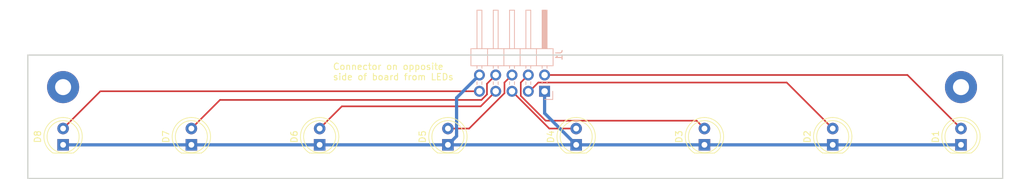
<source format=kicad_pcb>
(kicad_pcb (version 20221018) (generator pcbnew)
  (title_block (title "Panel with 8 LEDs") (date "17-Aug-2023") (rev "-"))
  (layers (0 "F.Cu" signal) (31 "B.Cu" signal) (34 "B.Paste" user) (35 "F.Paste" user) (36 "B.SilkS" user "B.Silkscreen") (37 "F.SilkS" user "F.Silkscreen") (38 "B.Mask" user) (39 "F.Mask" user) (44 "Edge.Cuts" user))
  (net 0 "")
  (net 1 "GND")
  (net 2 "Net-(D1-A)")
  (net 3 "Net-(D2-A)")
  (net 4 "Net-(D3-A)")
  (net 5 "Net-(D4-A)")
  (net 6 "Net-(D5-A)")
  (net 7 "Net-(D6-A)")
  (net 8 "Net-(D7-A)")
  (net 9 "Net-(D8-A)")
  (footprint "LED_THT:LED_D5.0mm_Clear" (layer "F.Cu") (at 90 80 90)
    (fp_text reference "D6" (at 1.27 -3.96 90) (layer "F.SilkS"))
    (fp_text value "LED")
    (fp_line (start -1.29 -1.545) (end -1.29 1.545) (stroke (width 0.12)) (layer "F.SilkS"))
    (fp_arc (start -1.29 -1.54483) (mid 2.072002 -2.880433) (end 4.26 0.000462) (stroke (width 0.12)) (layer "F.SilkS"))
    (fp_arc (start 4.26 -0.000462) (mid 2.072002 2.880433) (end -1.29 1.54483) (stroke (width 0.12)) (layer "F.SilkS"))
    (fp_circle (center 1.27 0) (end 3.77 0) (stroke (width 0.12)) (fill none) (layer "F.SilkS"))
    (pad "1" thru_hole rect (at 0 0 90) (size 1.8 1.8) (drill 0.9) (layers "*.Cu" "*.Mask") (net 1 "GND"))
    (pad "2" thru_hole circle (at 2.54 0 90) (size 1.8 1.8) (drill 0.9) (layers "*.Cu" "*.Mask") (net 7 "Net-(D6-A)"))
  )
  (footprint "MountingHole:MountingHole_2.5mm_Pad" (layer "F.Cu") (at 50 71)
    (fp_text reference "REF1")
    (fp_text value "MountingHole_2.5mm_Pad")
    (pad "1" thru_hole circle (at 0 0) (size 5 5) (drill 2.5) (layers "*.Cu" "*.Mask"))
  )
  (footprint "LED_THT:LED_D5.0mm_Clear" (layer "F.Cu") (at 70 80 90)
    (fp_text reference "D7" (at 1.27 -3.96 90) (layer "F.SilkS"))
    (fp_text value "LED")
    (fp_line (start -1.29 -1.545) (end -1.29 1.545) (stroke (width 0.12)) (layer "F.SilkS"))
    (fp_arc (start -1.29 -1.54483) (mid 2.072002 -2.880433) (end 4.26 0.000462) (stroke (width 0.12)) (layer "F.SilkS"))
    (fp_arc (start 4.26 -0.000462) (mid 2.072002 2.880433) (end -1.29 1.54483) (stroke (width 0.12)) (layer "F.SilkS"))
    (fp_circle (center 1.27 0) (end 3.77 0) (stroke (width 0.12)) (fill none) (layer "F.SilkS"))
    (pad "1" thru_hole rect (at 0 0 90) (size 1.8 1.8) (drill 0.9) (layers "*.Cu" "*.Mask") (net 1 "GND"))
    (pad "2" thru_hole circle (at 2.54 0 90) (size 1.8 1.8) (drill 0.9) (layers "*.Cu" "*.Mask") (net 8 "Net-(D7-A)"))
  )
  (footprint "LED_THT:LED_D5.0mm_Clear" (layer "F.Cu") (at 130 80 90)
    (fp_text reference "D4" (at 1.27 -3.96 90) (layer "F.SilkS"))
    (fp_text value "LED")
    (fp_line (start -1.29 -1.545) (end -1.29 1.545) (stroke (width 0.12)) (layer "F.SilkS"))
    (fp_arc (start -1.29 -1.54483) (mid 2.072002 -2.880433) (end 4.26 0.000462) (stroke (width 0.12)) (layer "F.SilkS"))
    (fp_arc (start 4.26 -0.000462) (mid 2.072002 2.880433) (end -1.29 1.54483) (stroke (width 0.12)) (layer "F.SilkS"))
    (fp_circle (center 1.27 0) (end 3.77 0) (stroke (width 0.12)) (fill none) (layer "F.SilkS"))
    (pad "1" thru_hole rect (at 0 0 90) (size 1.8 1.8) (drill 0.9) (layers "*.Cu" "*.Mask") (net 1 "GND"))
    (pad "2" thru_hole circle (at 2.54 0 90) (size 1.8 1.8) (drill 0.9) (layers "*.Cu" "*.Mask") (net 5 "Net-(D4-A)"))
  )
  (footprint "LED_THT:LED_D5.0mm_Clear" (layer "F.Cu") (at 150 80 90)
    (fp_text reference "D3" (at 1.27 -3.96 90) (layer "F.SilkS"))
    (fp_text value "LED")
    (fp_line (start -1.29 -1.545) (end -1.29 1.545) (stroke (width 0.12)) (layer "F.SilkS"))
    (fp_arc (start -1.29 -1.54483) (mid 2.072002 -2.880433) (end 4.26 0.000462) (stroke (width 0.12)) (layer "F.SilkS"))
    (fp_arc (start 4.26 -0.000462) (mid 2.072002 2.880433) (end -1.29 1.54483) (stroke (width 0.12)) (layer "F.SilkS"))
    (fp_circle (center 1.27 0) (end 3.77 0) (stroke (width 0.12)) (fill none) (layer "F.SilkS"))
    (pad "1" thru_hole rect (at 0 0 90) (size 1.8 1.8) (drill 0.9) (layers "*.Cu" "*.Mask") (net 1 "GND"))
    (pad "2" thru_hole circle (at 2.54 0 90) (size 1.8 1.8) (drill 0.9) (layers "*.Cu" "*.Mask") (net 4 "Net-(D3-A)"))
  )
  (footprint "MountingHole:MountingHole_2.5mm_Pad" (layer "F.Cu") (at 190 71)
    (fp_text reference "REF2")
    (fp_text value "MountingHole_2.5mm_Pad")
    (pad "2" thru_hole circle (at 0 0) (size 5 5) (drill 2.5) (layers "*.Cu" "*.Mask"))
  )
  (footprint "LED_THT:LED_D5.0mm_Clear" (layer "F.Cu") (at 50 80 90)
    (fp_text reference "D8" (at 1.27 -3.96 90) (layer "F.SilkS"))
    (fp_text value "LED")
    (fp_line (start -1.29 -1.545) (end -1.29 1.545) (stroke (width 0.12)) (layer "F.SilkS"))
    (fp_arc (start -1.29 -1.54483) (mid 2.072002 -2.880433) (end 4.26 0.000462) (stroke (width 0.12)) (layer "F.SilkS"))
    (fp_arc (start 4.26 -0.000462) (mid 2.072002 2.880433) (end -1.29 1.54483) (stroke (width 0.12)) (layer "F.SilkS"))
    (fp_circle (center 1.27 0) (end 3.77 0) (stroke (width 0.12)) (fill none) (layer "F.SilkS"))
    (pad "1" thru_hole rect (at 0 0 90) (size 1.8 1.8) (drill 0.9) (layers "*.Cu" "*.Mask") (net 1 "GND"))
    (pad "2" thru_hole circle (at 2.54 0 90) (size 1.8 1.8) (drill 0.9) (layers "*.Cu" "*.Mask") (net 9 "Net-(D8-A)"))
  )
  (footprint "LED_THT:LED_D5.0mm_Clear" (layer "F.Cu") (at 170 80 90)
    (fp_text reference "D2" (at 1.27 -3.96 90) (layer "F.SilkS"))
    (fp_text value "LED")
    (fp_line (start -1.29 -1.545) (end -1.29 1.545) (stroke (width 0.12)) (layer "F.SilkS"))
    (fp_arc (start -1.29 -1.54483) (mid 2.072002 -2.880433) (end 4.26 0.000462) (stroke (width 0.12)) (layer "F.SilkS"))
    (fp_arc (start 4.26 -0.000462) (mid 2.072002 2.880433) (end -1.29 1.54483) (stroke (width 0.12)) (layer "F.SilkS"))
    (fp_circle (center 1.27 0) (end 3.77 0) (stroke (width 0.12)) (fill none) (layer "F.SilkS"))
    (pad "1" thru_hole rect (at 0 0 90) (size 1.8 1.8) (drill 0.9) (layers "*.Cu" "*.Mask") (net 1 "GND"))
    (pad "2" thru_hole circle (at 2.54 0 90) (size 1.8 1.8) (drill 0.9) (layers "*.Cu" "*.Mask") (net 3 "Net-(D2-A)"))
  )
  (footprint "LED_THT:LED_D5.0mm_Clear" (layer "F.Cu") (at 110 80 90)
    (fp_text reference "D5" (at 1.27 -3.96 90) (layer "F.SilkS"))
    (fp_text value "LED")
    (fp_line (start -1.29 -1.545) (end -1.29 1.545) (stroke (width 0.12)) (layer "F.SilkS"))
    (fp_arc (start -1.29 -1.54483) (mid 2.072002 -2.880433) (end 4.26 0.000462) (stroke (width 0.12)) (layer "F.SilkS"))
    (fp_arc (start 4.26 -0.000462) (mid 2.072002 2.880433) (end -1.29 1.54483) (stroke (width 0.12)) (layer "F.SilkS"))
    (fp_circle (center 1.27 0) (end 3.77 0) (stroke (width 0.12)) (fill none) (layer "F.SilkS"))
    (pad "1" thru_hole rect (at 0 0 90) (size 1.8 1.8) (drill 0.9) (layers "*.Cu" "*.Mask") (net 1 "GND"))
    (pad "2" thru_hole circle (at 2.54 0 90) (size 1.8 1.8) (drill 0.9) (layers "*.Cu" "*.Mask") (net 6 "Net-(D5-A)"))
  )
  (footprint "LED_THT:LED_D5.0mm_Clear" (layer "F.Cu") (at 190 80 90)
    (fp_text reference "D1" (at 1.27 -3.96 90) (layer "F.SilkS"))
    (fp_text value "LED")
    (fp_line (start -1.29 -1.545) (end -1.29 1.545) (stroke (width 0.12)) (layer "F.SilkS"))
    (fp_arc (start -1.29 -1.54483) (mid 2.072002 -2.880433) (end 4.26 0.000462) (stroke (width 0.12)) (layer "F.SilkS"))
    (fp_arc (start 4.26 -0.000462) (mid 2.072002 2.880433) (end -1.29 1.54483) (stroke (width 0.12)) (layer "F.SilkS"))
    (fp_circle (center 1.27 0) (end 3.77 0) (stroke (width 0.12)) (fill none) (layer "F.SilkS"))
    (pad "1" thru_hole rect (at 0 0 90) (size 1.8 1.8) (drill 0.9) (layers "*.Cu" "*.Mask") (net 1 "GND"))
    (pad "2" thru_hole circle (at 2.54 0 90) (size 1.8 1.8) (drill 0.9) (layers "*.Cu" "*.Mask") (net 2 "Net-(D1-A)"))
  )
  (footprint "Connector_PinHeader_2.54mm:PinHeader_2x05_P2.54mm_Horizontal" (layer "B.Cu") (at 125.075 71.65 90)
    (fp_text reference "J1" (at 5.655 2.27 90) (layer "B.SilkS") (effects (justify mirror)))
    (fp_text value "Conn_02x05_Odd_Even")
    (fp_line (start -1.27 0) (end -1.27 1.27) (stroke (width 0.12)) (layer "B.SilkS"))
    (fp_line (start -1.27 1.27) (end 0 1.27) (stroke (width 0.12)) (layer "B.SilkS"))
    (fp_line (start 1.042929 -10.54) (end 1.497071 -10.54) (stroke (width 0.12)) (layer "B.SilkS"))
    (fp_line (start 1.042929 -9.78) (end 1.497071 -9.78) (stroke (width 0.12)) (layer "B.SilkS"))
    (fp_line (start 1.042929 -8) (end 1.497071 -8) (stroke (width 0.12)) (layer "B.SilkS"))
    (fp_line (start 1.042929 -7.24) (end 1.497071 -7.24) (stroke (width 0.12)) (layer "B.SilkS"))
    (fp_line (start 1.042929 -5.46) (end 1.497071 -5.46) (stroke (width 0.12)) (layer "B.SilkS"))
    (fp_line (start 1.042929 -4.7) (end 1.497071 -4.7) (stroke (width 0.12)) (layer "B.SilkS"))
    (fp_line (start 1.042929 -2.92) (end 1.497071 -2.92) (stroke (width 0.12)) (layer "B.SilkS"))
    (fp_line (start 1.042929 -2.16) (end 1.497071 -2.16) (stroke (width 0.12)) (layer "B.SilkS"))
    (fp_line (start 1.11 -0.38) (end 1.497071 -0.38) (stroke (width 0.12)) (layer "B.SilkS"))
    (fp_line (start 1.11 0.38) (end 1.497071 0.38) (stroke (width 0.12)) (layer "B.SilkS"))
    (fp_line (start 3.582929 -10.54) (end 3.98 -10.54) (stroke (width 0.12)) (layer "B.SilkS"))
    (fp_line (start 3.582929 -9.78) (end 3.98 -9.78) (stroke (width 0.12)) (layer "B.SilkS"))
    (fp_line (start 3.582929 -8) (end 3.98 -8) (stroke (width 0.12)) (layer "B.SilkS"))
    (fp_line (start 3.582929 -7.24) (end 3.98 -7.24) (stroke (width 0.12)) (layer "B.SilkS"))
    (fp_line (start 3.582929 -5.46) (end 3.98 -5.46) (stroke (width 0.12)) (layer "B.SilkS"))
    (fp_line (start 3.582929 -4.7) (end 3.98 -4.7) (stroke (width 0.12)) (layer "B.SilkS"))
    (fp_line (start 3.582929 -2.92) (end 3.98 -2.92) (stroke (width 0.12)) (layer "B.SilkS"))
    (fp_line (start 3.582929 -2.16) (end 3.98 -2.16) (stroke (width 0.12)) (layer "B.SilkS"))
    (fp_line (start 3.582929 -0.38) (end 3.98 -0.38) (stroke (width 0.12)) (layer "B.SilkS"))
    (fp_line (start 3.582929 0.38) (end 3.98 0.38) (stroke (width 0.12)) (layer "B.SilkS"))
    (fp_line (start 3.98 -11.49) (end 6.64 -11.49) (stroke (width 0.12)) (layer "B.SilkS"))
    (fp_line (start 3.98 -8.89) (end 6.64 -8.89) (stroke (width 0.12)) (layer "B.SilkS"))
    (fp_line (start 3.98 -6.35) (end 6.64 -6.35) (stroke (width 0.12)) (layer "B.SilkS"))
    (fp_line (start 3.98 -3.81) (end 6.64 -3.81) (stroke (width 0.12)) (layer "B.SilkS"))
    (fp_line (start 3.98 -1.27) (end 6.64 -1.27) (stroke (width 0.12)) (layer "B.SilkS"))
    (fp_line (start 3.98 1.33) (end 3.98 -11.49) (stroke (width 0.12)) (layer "B.SilkS"))
    (fp_line (start 6.64 -11.49) (end 6.64 1.33) (stroke (width 0.12)) (layer "B.SilkS"))
    (fp_line (start 6.64 -9.78) (end 12.64 -9.78) (stroke (width 0.12)) (layer "B.SilkS"))
    (fp_line (start 6.64 -7.24) (end 12.64 -7.24) (stroke (width 0.12)) (layer "B.SilkS"))
    (fp_line (start 6.64 -4.7) (end 12.64 -4.7) (stroke (width 0.12)) (layer "B.SilkS"))
    (fp_line (start 6.64 -2.16) (end 12.64 -2.16) (stroke (width 0.12)) (layer "B.SilkS"))
    (fp_line (start 6.64 -0.28) (end 12.64 -0.28) (stroke (width 0.12)) (layer "B.SilkS"))
    (fp_line (start 6.64 -0.16) (end 12.64 -0.16) (stroke (width 0.12)) (layer "B.SilkS"))
    (fp_line (start 6.64 -0.04) (end 12.64 -0.04) (stroke (width 0.12)) (layer "B.SilkS"))
    (fp_line (start 6.64 0.08) (end 12.64 0.08) (stroke (width 0.12)) (layer "B.SilkS"))
    (fp_line (start 6.64 0.2) (end 12.64 0.2) (stroke (width 0.12)) (layer "B.SilkS"))
    (fp_line (start 6.64 0.32) (end 12.64 0.32) (stroke (width 0.12)) (layer "B.SilkS"))
    (fp_line (start 6.64 0.38) (end 12.64 0.38) (stroke (width 0.12)) (layer "B.SilkS"))
    (fp_line (start 6.64 1.33) (end 3.98 1.33) (stroke (width 0.12)) (layer "B.SilkS"))
    (fp_line (start 12.64 -10.54) (end 6.64 -10.54) (stroke (width 0.12)) (layer "B.SilkS"))
    (fp_line (start 12.64 -9.78) (end 12.64 -10.54) (stroke (width 0.12)) (layer "B.SilkS"))
    (fp_line (start 12.64 -8) (end 6.64 -8) (stroke (width 0.12)) (layer "B.SilkS"))
    (fp_line (start 12.64 -7.24) (end 12.64 -8) (stroke (width 0.12)) (layer "B.SilkS"))
    (fp_line (start 12.64 -5.46) (end 6.64 -5.46) (stroke (width 0.12)) (layer "B.SilkS"))
    (fp_line (start 12.64 -4.7) (end 12.64 -5.46) (stroke (width 0.12)) (layer "B.SilkS"))
    (fp_line (start 12.64 -2.92) (end 6.64 -2.92) (stroke (width 0.12)) (layer "B.SilkS"))
    (fp_line (start 12.64 -2.16) (end 12.64 -2.92) (stroke (width 0.12)) (layer "B.SilkS"))
    (fp_line (start 12.64 -0.38) (end 6.64 -0.38) (stroke (width 0.12)) (layer "B.SilkS"))
    (fp_line (start 12.64 0.38) (end 12.64 -0.38) (stroke (width 0.12)) (layer "B.SilkS"))
    (pad "1" thru_hole rect (at 0 0 90) (size 1.7 1.7) (drill 1) (layers "*.Cu" "*.Mask") (net 1 "GND"))
    (pad "2" thru_hole oval (at 2.54 0 90) (size 1.7 1.7) (drill 1) (layers "*.Cu" "*.Mask") (net 2 "Net-(D1-A)"))
    (pad "3" thru_hole oval (at 0 -2.54 90) (size 1.7 1.7) (drill 1) (layers "*.Cu" "*.Mask") (net 3 "Net-(D2-A)"))
    (pad "4" thru_hole oval (at 2.54 -2.54 90) (size 1.7 1.7) (drill 1) (layers "*.Cu" "*.Mask") (net 4 "Net-(D3-A)"))
    (pad "5" thru_hole oval (at 0 -5.08 90) (size 1.7 1.7) (drill 1) (layers "*.Cu" "*.Mask") (net 5 "Net-(D4-A)"))
    (pad "6" thru_hole oval (at 2.54 -5.08 90) (size 1.7 1.7) (drill 1) (layers "*.Cu" "*.Mask") (net 6 "Net-(D5-A)"))
    (pad "7" thru_hole oval (at 0 -7.62 90) (size 1.7 1.7) (drill 1) (layers "*.Cu" "*.Mask") (net 7 "Net-(D6-A)"))
    (pad "8" thru_hole oval (at 2.54 -7.62 90) (size 1.7 1.7) (drill 1) (layers "*.Cu" "*.Mask") (net 8 "Net-(D7-A)"))
    (pad "9" thru_hole oval (at 0 -10.16 90) (size 1.7 1.7) (drill 1) (layers "*.Cu" "*.Mask") (net 9 "Net-(D8-A)"))
    (pad "10" thru_hole oval (at 2.54 -10.16 90) (size 1.7 1.7) (drill 1) (layers "*.Cu" "*.Mask") (net 1 "GND"))
  )
  (gr_rect (start 44.5 66) (end 196.5 85.25) (stroke (width 0.2)) (fill none) (layer "Edge.Cuts"))
  (gr_text "Connector on opposite\nside of board from LEDs" (at 92 70) (layer "F.SilkS") (effects (font (size 1 1)) (justify left bottom)))
  (segment (start 125.075 71.65) (end 125.075 75.075) (width 0.5) (layer "B.Cu") (net 1))
  (segment (start 170 80) (end 190 80) (width 0.5) (layer "B.Cu") (net 1))
  (segment (start 125.075 75.075) (end 130 80) (width 0.5) (layer "B.Cu") (net 1))
  (segment (start 110 80) (end 90 80) (width 0.5) (layer "B.Cu") (net 1))
  (segment (start 111.35 72.675) (end 111.35 78.65) (width 0.5) (layer "B.Cu") (net 1))
  (segment (start 70 80) (end 50 80) (width 0.5) (layer "B.Cu") (net 1))
  (segment (start 130 80) (end 150 80) (width 0.5) (layer "B.Cu") (net 1))
  (segment (start 111.35 78.65) (end 110 80) (width 0.5) (layer "B.Cu") (net 1))
  (segment (start 150 80) (end 170 80) (width 0.5) (layer "B.Cu") (net 1))
  (segment (start 114.915 69.11) (end 111.35 72.675) (width 0.5) (layer "B.Cu") (net 1))
  (segment (start 90 80) (end 70 80) (width 0.5) (layer "B.Cu") (net 1))
  (segment (start 130 80) (end 110 80) (width 0.5) (layer "B.Cu") (net 1))
  (segment (start 125.075 69.11) (end 181.65 69.11) (width 0.25) (layer "F.Cu") (net 2))
  (segment (start 181.65 69.11) (end 190 77.46) (width 0.25) (layer "F.Cu") (net 2))
  (segment (start 162.825 70.285) (end 170 77.46) (width 0.25) (layer "F.Cu") (net 3))
  (segment (start 122.725 71.65) (end 124.09 70.285) (width 0.25) (layer "F.Cu") (net 3))
  (segment (start 124.09 70.285) (end 162.825 70.285) (width 0.25) (layer "F.Cu") (net 3))
  (segment (start 122.535 71.65) (end 122.725 71.65) (width 0.25) (layer "F.Cu") (net 3))
  (segment (start 121.36 70.285) (end 121.36 72.36) (width 0.25) (layer "F.Cu") (net 4))
  (segment (start 125.235 76.235) (end 148.775 76.235) (width 0.25) (layer "F.Cu") (net 4))
  (segment (start 121.36 72.36) (end 125.235 76.235) (width 0.25) (layer "F.Cu") (net 4))
  (segment (start 122.535 69.11) (end 121.36 70.285) (width 0.25) (layer "F.Cu") (net 4))
  (segment (start 148.775 76.235) (end 150 77.46) (width 0.25) (layer "F.Cu") (net 4))
  (segment (start 125.805 77.46) (end 130 77.46) (width 0.25) (layer "F.Cu") (net 5))
  (segment (start 119.995 71.65) (end 125.805 77.46) (width 0.25) (layer "F.Cu") (net 5))
  (segment (start 119.995 69.11) (end 118.82 70.285) (width 0.25) (layer "F.Cu") (net 6))
  (segment (start 118.82 70.285) (end 118.82 71.946701) (width 0.25) (layer "F.Cu") (net 6))
  (segment (start 113.306701 77.46) (end 110 77.46) (width 0.25) (layer "F.Cu") (net 6))
  (segment (start 118.82 71.946701) (end 113.306701 77.46) (width 0.25) (layer "F.Cu") (net 6))
  (segment (start 117.455 71.65) (end 115.105 74) (width 0.25) (layer "F.Cu") (net 7))
  (segment (start 115.105 74) (end 93.46 74) (width 0.25) (layer "F.Cu") (net 7))
  (segment (start 93.46 74) (end 90 77.46) (width 0.25) (layer "F.Cu") (net 7))
  (segment (start 116.09 70.475) (end 116.09 72.136701) (width 0.25) (layer "F.Cu") (net 8))
  (segment (start 116.09 72.136701) (end 115.226701 73) (width 0.25) (layer "F.Cu") (net 8))
  (segment (start 117.455 69.11) (end 116.09 70.475) (width 0.25) (layer "F.Cu") (net 8))
  (segment (start 115.226701 73) (end 74.46 73) (width 0.25) (layer "F.Cu") (net 8))
  (segment (start 74.46 73) (end 70 77.46) (width 0.25) (layer "F.Cu") (net 8))
  (segment (start 55.81 71.65) (end 50 77.46) (width 0.25) (layer "F.Cu") (net 9))
  (segment (start 114.915 71.65) (end 55.81 71.65) (width 0.25) (layer "F.Cu") (net 9))
)
</source>
